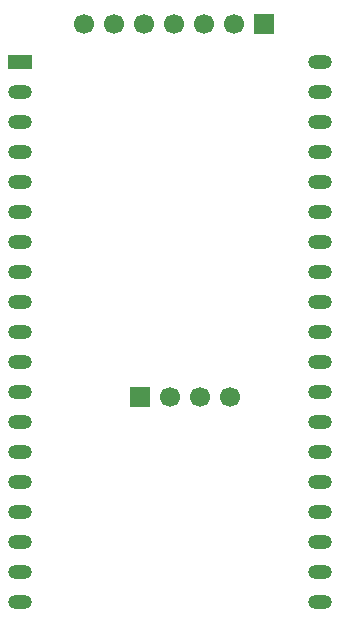
<source format=gbr>
%TF.GenerationSoftware,KiCad,Pcbnew,9.0.6-9.0.6~ubuntu24.04.1*%
%TF.CreationDate,2025-12-05T21:12:47+01:00*%
%TF.ProjectId,pcb,7063622e-6b69-4636-9164-5f7063625858,rev?*%
%TF.SameCoordinates,Original*%
%TF.FileFunction,Soldermask,Bot*%
%TF.FilePolarity,Negative*%
%FSLAX46Y46*%
G04 Gerber Fmt 4.6, Leading zero omitted, Abs format (unit mm)*
G04 Created by KiCad (PCBNEW 9.0.6-9.0.6~ubuntu24.04.1) date 2025-12-05 21:12:47*
%MOMM*%
%LPD*%
G01*
G04 APERTURE LIST*
%ADD10R,2.000000X1.200000*%
%ADD11O,2.000000X1.200000*%
%ADD12R,1.700000X1.700000*%
%ADD13C,1.700000*%
G04 APERTURE END LIST*
D10*
%TO.C,U1*%
X16000000Y-148680000D03*
D11*
X16000000Y-151220000D03*
X16000000Y-153760000D03*
X16000000Y-156300000D03*
X16000000Y-158840000D03*
X16000000Y-161380000D03*
X16000000Y-163920000D03*
X16000000Y-166460000D03*
X16000000Y-169000000D03*
X16000000Y-171540000D03*
X16000000Y-174080000D03*
X16000000Y-176620000D03*
X16000000Y-179160000D03*
X16000000Y-181700000D03*
X16000000Y-184240000D03*
X16000000Y-186780000D03*
X16000000Y-189320000D03*
X16000000Y-191860000D03*
X16000000Y-194400000D03*
X41396320Y-194397280D03*
X41396320Y-191857280D03*
X41400000Y-189320000D03*
X41400000Y-186780000D03*
X41400000Y-184240000D03*
X41400000Y-181700000D03*
X41400000Y-179160000D03*
X41400000Y-176620000D03*
X41400000Y-174080000D03*
X41400000Y-171540000D03*
X41400000Y-169000000D03*
X41400000Y-166460000D03*
X41400000Y-163920000D03*
X41400000Y-161380000D03*
X41400000Y-158840000D03*
X41400000Y-156300000D03*
X41400000Y-153760000D03*
X41400000Y-151220000D03*
X41400000Y-148680000D03*
%TD*%
D12*
%TO.C,J1*%
X36700000Y-145500000D03*
D13*
X34160000Y-145500000D03*
X31620000Y-145500000D03*
X29080000Y-145500000D03*
X26540000Y-145500000D03*
X24000000Y-145500000D03*
X21460000Y-145500000D03*
%TD*%
D12*
%TO.C,J2*%
X26200000Y-177025000D03*
D13*
X28740000Y-177025000D03*
X31280000Y-177025000D03*
X33820000Y-177025000D03*
%TD*%
M02*

</source>
